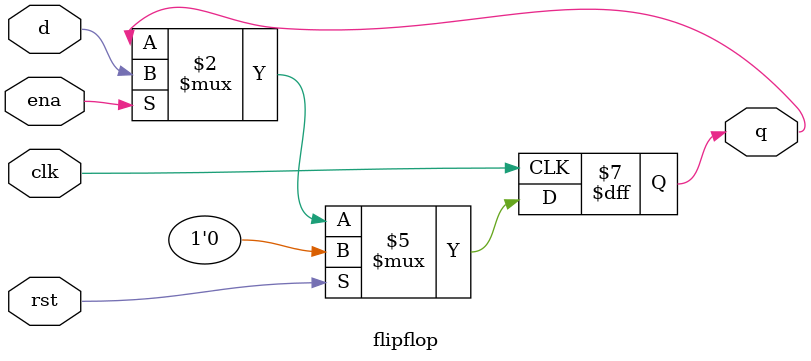
<source format=v>
module flipflop (input clk, rst, d, ena, output reg q);
 always @(posedge clk)
  begin
   if (rst)
    q <= 0;
   else
    if (ena)
     q <= d;
  end
endmodule

</source>
